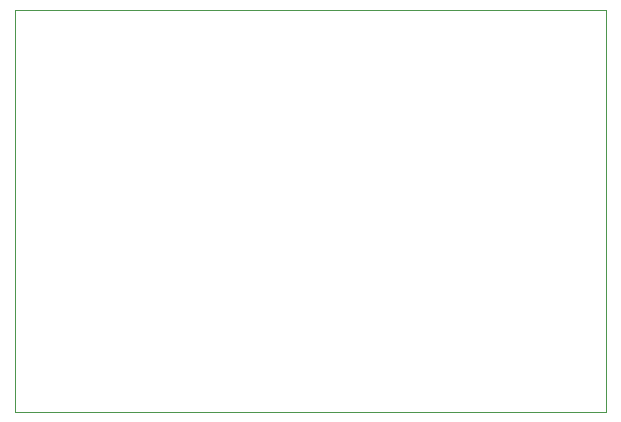
<source format=gm1>
G04 #@! TF.GenerationSoftware,KiCad,Pcbnew,(5.1.10-1-10_14)*
G04 #@! TF.CreationDate,2022-04-15T02:56:20+09:00*
G04 #@! TF.ProjectId,cmsis-dap_rp2040,636d7369-732d-4646-9170-5f7270323034,rev?*
G04 #@! TF.SameCoordinates,Original*
G04 #@! TF.FileFunction,Profile,NP*
%FSLAX46Y46*%
G04 Gerber Fmt 4.6, Leading zero omitted, Abs format (unit mm)*
G04 Created by KiCad (PCBNEW (5.1.10-1-10_14)) date 2022-04-15 02:56:20*
%MOMM*%
%LPD*%
G01*
G04 APERTURE LIST*
G04 #@! TA.AperFunction,Profile*
%ADD10C,0.050000*%
G04 #@! TD*
G04 APERTURE END LIST*
D10*
X100000000Y-50000000D02*
X100000000Y-84000000D01*
X150000000Y-50000000D02*
X150000000Y-84000000D01*
X150000000Y-84000000D02*
X100000000Y-84000000D01*
X150000000Y-50000000D02*
X100000000Y-50000000D01*
M02*

</source>
